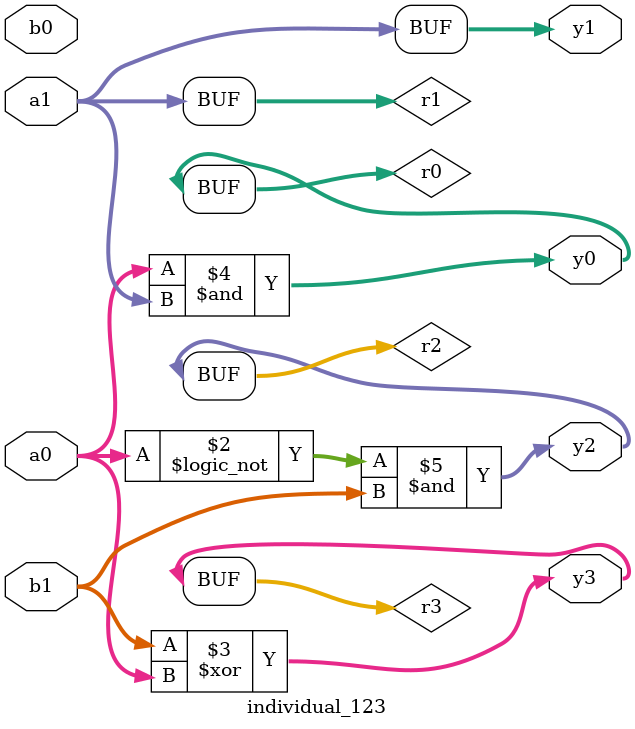
<source format=sv>
module individual_123(input logic [15:0] a1, input logic [15:0] a0, input logic [15:0] b1, input logic [15:0] b0, output logic [15:0] y3, output logic [15:0] y2, output logic [15:0] y1, output logic [15:0] y0);
logic [15:0] r0, r1, r2, r3; 
 always@(*) begin 
	 r0 = a0; r1 = a1; r2 = b0; r3 = b1; 
 	 r2 = ! a0 ;
 	 r3  ^=  r0 ;
 	 r0  &=  a1 ;
 	 r2  &=  b1 ;
 	 y3 = r3; y2 = r2; y1 = r1; y0 = r0; 
end
endmodule
</source>
